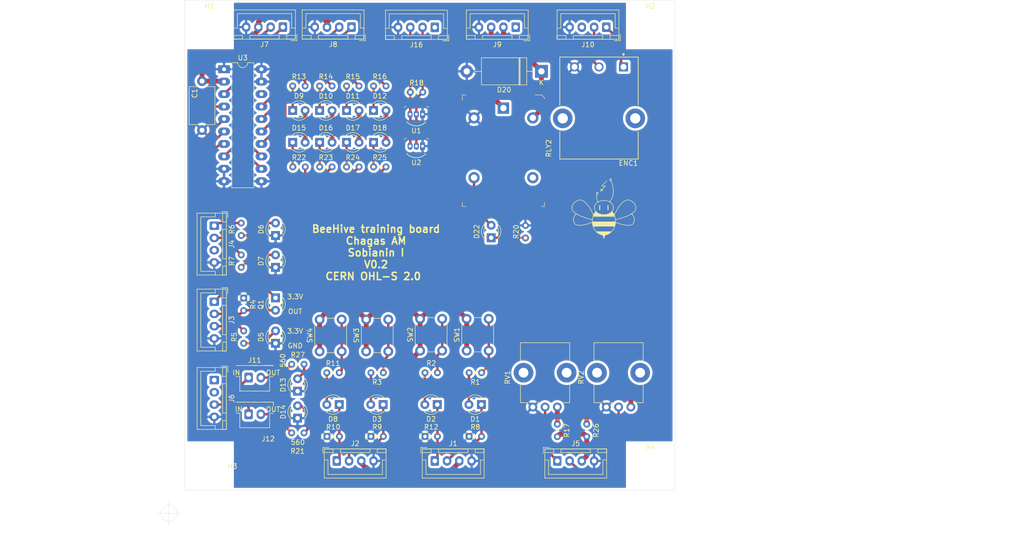
<source format=kicad_pcb>
(kicad_pcb (version 20211014) (generator pcbnew)
  (layers (0 "F.Cu" signal) (31 "B.Cu" signal) (34 "B.Paste" user) (35 "F.Paste" user) (36 "B.SilkS" user "B.Silkscreen") (37 "F.SilkS" user "F.Silkscreen") (38 "B.Mask" user) (39 "F.Mask" user) (44 "Edge.Cuts" user))
  (net 0 "")
  (net 1 "Net-(D1-Pad1)")
  (net 2 "Net-(D2-Pad1)")
  (net 3 "Net-(D2-Pad2)")
  (net 4 "Net-(D3-Pad1)")
  (net 5 "Net-(D3-Pad2)")
  (net 6 "Net-(D5-Pad2)")
  (net 7 "Net-(D6-Pad2)")
  (net 8 "Net-(D7-Pad2)")
  (net 9 "Net-(D8-Pad1)")
  (net 10 "Net-(D8-Pad2)")
  (net 11 "Net-(D9-Pad1)")
  (net 12 "Net-(D11-Pad1)")
  (net 13 "Net-(D13-Pad2)")
  (net 14 "Net-(J3-Pad3)")
  (net 16 "Net-(D14-Pad2)")
  (net 17 "Net-(D15-Pad1)")
  (net 18 "Net-(D16-Pad1)")
  (net 19 "Net-(D17-Pad1)")
  (net 20 "+5V")
  (net 21 "Net-(J3-Pad2)")
  (net 22 "Net-(J3-Pad1)")
  (net 23 "Net-(J4-Pad1)")
  (net 24 "Net-(J4-Pad2)")
  (net 25 "Net-(J5-Pad1)")
  (net 26 "Net-(J5-Pad2)")
  (net 27 "Net-(J7-Pad1)")
  (net 28 "Net-(J8-Pad1)")
  (net 29 "Net-(R1-Pad1)")
  (net 30 "Net-(R2-Pad2)")
  (net 32 "Net-(J16-Pad2)")
  (net 34 "Net-(D1-Pad2)")
  (net 35 "Net-(D22-Pad2)")
  (net 36 "Net-(D22-Pad1)")
  (net 37 "Net-(J7-Pad2)")
  (net 38 "Net-(J8-Pad2)")
  (net 40 "Net-(D10-Pad1)")
  (net 41 "Net-(D12-Pad1)")
  (net 42 "Net-(R3-Pad1)")
  (net 43 "Net-(R11-Pad2)")
  (net 45 "Net-(D20-Pad1)")
  (net 46 "Net-(D18-Pad1)")
  (net 47 "Net-(R13-Pad2)")
  (net 48 "Net-(R14-Pad2)")
  (net 49 "Net-(R15-Pad2)")
  (net 50 "Net-(R16-Pad2)")
  (net 51 "Net-(R22-Pad2)")
  (net 52 "Net-(R23-Pad2)")
  (net 53 "Net-(R24-Pad2)")
  (net 54 "Net-(R25-Pad2)")
  (net 55 "Net-(R17-Pad1)")
  (net 57 "Net-(ENC1-PadA)")
  (net 58 "Net-(ENC1-PadB)")
  (net 59 "Net-(R26-Pad1)")
  (net 60 "Net-(J6-Pad3)")
  (net 61 "Net-(R27-Pad1)")
  (net 62 "Net-(R21-Pad1)")
  (net 63 "Net-(J9-Pad3)")
  (net 64 "Net-(J5-Pad3)")
  (net 65 "temp_5V")
  (net 67 "reg_5V")
  (net 68 "button_5v")
  (net 69 "GND")
  (footprint "LED_THT:LED_D3.0mm" (layer "F.Cu") (at 98 103 180)
    (fp_text reference "D1")
    (fp_text value "LED")
  )
  (footprint "LED_THT:LED_D3.0mm" (layer "F.Cu") (at 77.96 103 180)
    (fp_text reference "D3")
    (fp_text value "LED")
  )
  (footprint "LED_THT:LED_D3.0mm" (layer "F.Cu") (at 56 90.5 90)
    (fp_text reference "D5")
    (fp_text value "IR LED")
  )
  (footprint "LED_THT:LED_D3.0mm" (layer "F.Cu") (at 56 68.5 90)
    (fp_text reference "D6")
    (fp_text value "LED")
  )
  (footprint "LED_THT:LED_D3.0mm" (layer "F.Cu") (at 56 75 90)
    (fp_text reference "D7")
    (fp_text value "LED")
  )
  (footprint "LED_THT:LED_D3.0mm" (layer "F.Cu") (at 69 103 180)
    (fp_text reference "D8")
    (fp_text value "LED")
  )
  (footprint "LED_THT:LED_D3.0mm" (layer "F.Cu") (at 59.5 43)
    (fp_text reference "D9")
    (fp_text value "LED")
  )
  (footprint "LED_THT:LED_D3.0mm" (layer "F.Cu") (at 65 43)
    (fp_text reference "D10")
    (fp_text value "LED")
  )
  (footprint "LED_THT:LED_D3.0mm" (layer "F.Cu") (at 70.5 43)
    (fp_text reference "D11")
    (fp_text value "LED")
  )
  (footprint "LED_THT:LED_D3.0mm" (layer "F.Cu") (at 76 43)
    (fp_text reference "D12")
    (fp_text value "LED")
  )
  (footprint "LED_THT:LED_D3.0mm" (layer "F.Cu") (at 60.5 100.275 90)
    (fp_text reference "D13")
    (fp_text value "LED")
  )
  (footprint "LED_THT:LED_D3.0mm" (layer "F.Cu") (at 60.5 105.775 90)
    (fp_text reference "D14")
    (fp_text value "LED")
  )
  (footprint "LED_THT:LED_D3.0mm" (layer "F.Cu") (at 59.5 49.5)
    (fp_text reference "D15")
    (fp_text value "LED")
  )
  (footprint "LED_THT:LED_D3.0mm" (layer "F.Cu") (at 65 49.5)
    (fp_text reference "D16")
    (fp_text value "LED")
  )
  (footprint "LED_THT:LED_D3.0mm" (layer "F.Cu") (at 70.5 49.5)
    (fp_text reference "D17")
    (fp_text value "LED")
  )
  (footprint "LED_THT:LED_D3.0mm" (layer "F.Cu") (at 76 49.5)
    (fp_text reference "D18")
    (fp_text value "LED")
  )
  (footprint "Connector_JST:JST_XH_B4B-XH-A_1x04_P2.50mm_Vertical" (layer "F.Cu") (at 88.5 114.5)
    (fp_text reference "J1")
    (fp_text value "Conn_01x04")
  )
  (footprint "Connector_JST:JST_XH_B4B-XH-A_1x04_P2.50mm_Vertical" (layer "F.Cu") (at 68.5 114.5)
    (fp_text reference "J2")
    (fp_text value "Conn_01x04")
  )
  (footprint "Connector_JST:JST_XH_B4B-XH-A_1x04_P2.50mm_Vertical" (layer "F.Cu") (at 43.5 82 -90)
    (fp_text reference "J3")
    (fp_text value "Conn_01x04")
  )
  (footprint "Connector_JST:JST_XH_B4B-XH-A_1x04_P2.50mm_Vertical" (layer "F.Cu") (at 43.5 66.5 -90)
    (fp_text reference "J4")
    (fp_text value "Conn_01x04")
  )
  (footprint "Connector_JST:JST_XH_B4B-XH-A_1x04_P2.50mm_Vertical" (layer "F.Cu") (at 113.5 114.5)
    (fp_text reference "J5")
    (fp_text value "Conn_01x04")
  )
  (footprint "Resistor_THT:R_Axial_DIN0204_L3.6mm_D1.6mm_P2.54mm_Vertical" (layer "F.Cu") (at 98.04 96.5 180)
    (fp_text reference "R1")
    (fp_text value "220")
  )
  (footprint "Resistor_THT:R_Axial_DIN0204_L3.6mm_D1.6mm_P2.54mm_Vertical" (layer "F.Cu") (at 86.5 96.5)
    (fp_text reference "R2")
    (fp_text value "220")
  )
  (footprint "Resistor_THT:R_Axial_DIN0204_L3.6mm_D1.6mm_P2.54mm_Vertical" (layer "F.Cu") (at 78 96.5 180)
    (fp_text reference "R3")
    (fp_text value "220")
  )
  (footprint "Resistor_THT:R_Axial_DIN0204_L3.6mm_D1.6mm_P2.54mm_Vertical" (layer "F.Cu") (at 49.5 81.28 -90)
    (fp_text reference "R4")
    (fp_text value "10k")
  )
  (footprint "Resistor_THT:R_Axial_DIN0204_L3.6mm_D1.6mm_P2.54mm_Vertical" (layer "F.Cu") (at 49.5 90.5 90)
    (fp_text reference "R5")
    (fp_text value "47")
  )
  (footprint "Resistor_THT:R_Axial_DIN0204_L3.6mm_D1.6mm_P2.54mm_Vertical" (layer "F.Cu") (at 49 68.5 90)
    (fp_text reference "R6")
    (fp_text value "220")
  )
  (footprint "Resistor_THT:R_Axial_DIN0204_L3.6mm_D1.6mm_P2.54mm_Vertical" (layer "F.Cu") (at 49 75 90)
    (fp_text reference "R7")
    (fp_text value "220")
  )
  (footprint "Resistor_THT:R_Axial_DIN0204_L3.6mm_D1.6mm_P2.54mm_Vertical" (layer "F.Cu") (at 95.5 109.5)
    (fp_text reference "R8")
    (fp_text value "1k")
  )
  (footprint "Resistor_THT:R_Axial_DIN0204_L3.6mm_D1.6mm_P2.54mm_Vertical" (layer "F.Cu") (at 75.46 109.5)
    (fp_text reference "R9")
    (fp_text value "1k")
  )
  (footprint "Resistor_THT:R_Axial_DIN0204_L3.6mm_D1.6mm_P2.54mm_Vertical" (layer "F.Cu") (at 66.5 109.5)
    (fp_text reference "R10")
    (fp_text value "1k")
  )
  (footprint "Resistor_THT:R_Axial_DIN0204_L3.6mm_D1.6mm_P2.54mm_Vertical" (layer "F.Cu") (at 66.46 96.5)
    (fp_text reference "R11")
    (fp_text value "220")
  )
  (footprint "Resistor_THT:R_Axial_DIN0204_L3.6mm_D1.6mm_P2.54mm_Vertical" (layer "F.Cu") (at 86.5 109.5)
    (fp_text reference "R12")
    (fp_text value "1k")
  )
  (footprint "Resistor_THT:R_Axial_DIN0204_L3.6mm_D1.6mm_P2.54mm_Vertical" (layer "F.Cu") (at 59.5 38)
    (fp_text reference "R13")
    (fp_text value "560")
  )
  (footprint "Resistor_THT:R_Axial_DIN0204_L3.6mm_D1.6mm_P2.54mm_Vertical" (layer "F.Cu") (at 65 38)
    (fp_text reference "R14")
    (fp_text value "560")
  )
  (footprint "Resistor_THT:R_Axial_DIN0204_L3.6mm_D1.6mm_P2.54mm_Vertical" (layer "F.Cu") (at 70.5 38)
    (fp_text reference "R15")
    (fp_text value "560")
  )
  (footprint "Resistor_THT:R_Axial_DIN0204_L3.6mm_D1.6mm_P2.54mm_Vertical" (layer "F.Cu") (at 76 38)
    (fp_text reference "R16")
    (fp_text value "560")
  )
  (footprint "Resistor_THT:R_Axial_DIN0204_L3.6mm_D1.6mm_P2.54mm_Vertical" (layer "F.Cu") (at 113.5 107 -90)
    (fp_text reference "R17")
    (fp_text value "5.6k")
  )
  (footprint "Resistor_THT:R_Axial_DIN0204_L3.6mm_D1.6mm_P2.54mm_Vertical" (layer "F.Cu") (at 83.5 39.2625)
    (fp_text reference "R18")
    (fp_text value "4.7k")
  )
  (footprint "Resistor_THT:R_Axial_DIN0204_L3.6mm_D1.6mm_P2.54mm_Vertical" (layer "F.Cu") (at 107 69 90)
    (fp_text reference "R20")
    (fp_text value "560")
  )
  (footprint "Resistor_THT:R_Axial_DIN0204_L3.6mm_D1.6mm_P2.54mm_Vertical" (layer "F.Cu") (at 59.28 108.775)
    (fp_text reference "R21")
    (fp_text value "560")
  )
  (footprint "Resistor_THT:R_Axial_DIN0204_L3.6mm_D1.6mm_P2.54mm_Vertical" (layer "F.Cu") (at 59.525 54.5)
    (fp_text reference "R22")
    (fp_text value "560")
  )
  (footprint "Resistor_THT:R_Axial_DIN0204_L3.6mm_D1.6mm_P2.54mm_Vertical" (layer "F.Cu") (at 65 54.5)
    (fp_text reference "R23")
    (fp_text value "560")
  )
  (footprint "Resistor_THT:R_Axial_DIN0204_L3.6mm_D1.6mm_P2.54mm_Vertical" (layer "F.Cu") (at 70.5 54.5)
    (fp_text reference "R24")
    (fp_text value "560")
  )
  (footprint "Resistor_THT:R_Axial_DIN0204_L3.6mm_D1.6mm_P2.54mm_Vertical" (layer "F.Cu") (at 76 54.5)
    (fp_text reference "R25")
    (fp_text value "560")
  )
  (footprint "Potentiometer_THT:Potentiometer_Alps_RK09K_Single_Vertical" (layer "F.Cu") (at 113.5 103.5 90)
    (fp_text reference "RV1")
    (fp_text value "1k")
  )
  (footprint "Button_Switch_THT:SW_PUSH_6mm" (layer "F.Cu") (at 95 92 90)
    (fp_text reference "SW1")
    (fp_text value "SW_Push")
  )
  (footprint "Button_Switch_THT:SW_PUSH_6mm" (layer "F.Cu") (at 85.5 92 90)
    (fp_text reference "SW2")
    (fp_text value "SW_Push")
  )
  (footprint "Button_Switch_THT:SW_PUSH_6mm" (layer "F.Cu") (at 74.5 92.146 90)
    (fp_text reference "SW3")
    (fp_text value "SW_Push")
  )
  (footprint "Button_Switch_THT:SW_PUSH_6mm" (layer "F.Cu") (at 65 92.146 90)
    (fp_text reference "SW4")
    (fp_text value "SW_Push")
  )
  (footprint "digikey-footprints:TO-92-3" (layer "F.Cu") (at 86 43.7625 180)
    (fp_text reference "U1")
    (fp_text value "DS18S20_")
  )
  (footprint "digikey-footprints:TO-92-3" (layer "F.Cu") (at 86 50.2625 180)
    (fp_text reference "U2")
    (fp_text value "DS18S20_")
  )
  (footprint "Connector_JST:JST_XH_B4B-XH-A_1x04_P2.50mm_Vertical" (layer "F.Cu") (at 88.5 26.025 180)
    (fp_text reference "J16")
    (fp_text value "Conn_01x04")
  )
  (footprint "LED_THT:LED_D3.0mm" (layer "F.Cu") (at 89 103 180)
    (fp_text reference "D2")
    (fp_text value "LED")
  )
  (footprint "LED_THT:LED_D3.0mm" (layer "F.Cu") (at 100 68.96 90)
    (fp_text reference "D22")
    (fp_text value "LED")
  )
  (footprint "Connector_JST:JST_XH_B4B-XH-A_1x04_P2.50mm_Vertical" (layer "F.Cu") (at 57.5 25.979 180)
    (fp_text reference "J7")
    (fp_text value "Conn_01x04")
  )
  (footprint "Connector_JST:JST_XH_B4B-XH-A_1x04_P2.50mm_Vertical" (layer "F.Cu") (at 71.5 25.979 180)
    (fp_text reference "J8")
    (fp_text value "Conn_01x04")
  )
  (footprint "Connector_JST:JST_XH_B4B-XH-A_1x04_P2.50mm_Vertical" (layer "F.Cu") (at 105 26 180)
    (fp_text reference "J9")
    (fp_text value "Conn_01x04")
  )
  (footprint "Resistor_THT:R_Axial_DIN0204_L3.6mm_D1.6mm_P2.54mm_Vertical" (layer "F.Cu") (at 59.28 94.775)
    (fp_text reference "R27")
    (fp_text value "560")
  )
  (footprint "digikey-footprints:Relay_THT_G5LE-14" (layer "F.Cu") (at 102.5 42.5 -90)
    (fp_text reference "RLY2")
    (fp_text value "G5LE-14_DC5")
  )
  (footprint "Package_DIP:DIP-20_W7.62mm_LongPads" (layer "F.Cu") (at 45.5 34.575)
    (fp_text reference "U3")
    (fp_text value "TPIC6595")
  )
  (footprint "Connector_JST:JST_XH_B4B-XH-A_1x04_P2.50mm_Vertical" (layer "F.Cu") (at 43.5 98 -90)
    (fp_text reference "J6")
    (fp_text value "Conn_01x04")
  )
  (footprint "Diode_THT:D_DO-201AE_P15.24mm_Horizontal" (layer "F.Cu") (at 110.255 35 180)
    (fp_text reference "D20")
    (fp_text value "D_Schottky")
  )
  (footprint "logo-beehive:logo-beehive-13_2х12_3mm" (layer "F.Cu") (at 123 63)
    (fp_text reference "G***" hide)
    (fp_text value "LOGO" hide)
  )
  (footprint "Connector_JST:JST_XH_B4B-XH-A_1x04_P2.50mm_Vertical" (layer "F.Cu") (at 123.5 26 180)
    (fp_text reference "J10")
    (fp_text value "Conn_01x04")
  )
  (footprint "Capacitor_THT:C_Disc_D7.5mm_W5.0mm_P10.00mm" (layer "F.Cu") (at 41 47 90)
    (fp_text reference "C1")
    (fp_text value "100nf")
  )
  (footprint "Connector_JST:JST_XH_B2B-XH-A_1x02_P2.50mm_Vertical" (layer "F.Cu") (at 50.5 104.975)
    (fp_text reference "J12")
    (fp_text value "Conn_01x02")
  )
  (footprint "LED_THT:LED_D3.0mm" (layer "F.Cu") (at 56 81.225 -90)
    (fp_text reference "Q1")
    (fp_text value "Q_Photo_NPN")
  )
  (footprint "MountingHole:MountingHole_3.2mm_M3_DIN965" (layer "F.Cu") (at 132.5 25.5)
    (fp_text reference "H2")
    (fp_text value "MountingHole")
  )
  (footprint "MountingHole:MountingHole_3.2mm_M3_DIN965" (layer "F.Cu") (at 42.5 115.5)
    (fp_text reference "H3")
    (fp_text value "MountingHole")
  )
  (footprint "Potentiometer_THT:Potentiometer_Alps_RK09K_Single_Vertical" (layer "F.Cu") (at 128.5 103.5 90)
    (fp_text reference "RV2")
    (fp_text value "1k")
  )
  (footprint "MountingHole:MountingHole_3.2mm_M3_DIN965" (layer "F.Cu") (at 132.5 115.5)
    (fp_text reference "H4")
    (fp_text value "MountingHole")
  )
  (footprint "MountingHole:MountingHole_3.2mm_M3_DIN965" (layer "F.Cu") (at 42.5 25.5)
    (fp_text reference "H1")
    (fp_text value "MountingHole")
  )
  (footprint "Connector_JST:JST_XH_B2B-XH-A_1x02_P2.50mm_Vertical" (layer "F.Cu") (at 50.5 97.5)
    (fp_text reference "J11")
    (fp_text value "Conn_01x02")
  )
  (footprint "eec:Bourns_Inc.-PEC16-4015F-N0024-MFG" (layer "F.Cu") (at 122 42.5 180)
    (fp_text reference "ENC1")
    (fp_text value "PEC16-4015F-N0024" hide)
  )
  (footprint "Resistor_THT:R_Axial_DIN0204_L3.6mm_D1.6mm_P2.54mm_Vertical" (layer "F.Cu") (at 119.5 107 -90)
    (fp_text reference "R26")
    (fp_text value "5.6k")
  )
  (gr_line (start 137.5 20.5) (end 37.5 20.5) (layer "Edge.Cuts") (width 0.05))
  (gr_line (start 137.5 120.5) (end 137.5 20.5) (layer "Edge.Cuts") (width 0.05))
  (gr_line (start 37.5 120.5) (end 137.5 120.5) (layer "Edge.Cuts") (width 0.05))
  (gr_line (start 37.5 20.5) (end 37.5 120.5) (layer "Edge.Cuts") (width 0.05))
  (gr_text "OUT" (at 60 84) (layer "F.SilkS") (effects (font (size 1 1))))
  (gr_text "BeeHive training board\nChagas AM\nSobianin I\nV0.2\nCERN OHL-S 2.0 " (at 76.5 72) (layer "F.SilkS") (effects (font (size 1.5 1.5) (thickness 0.3))))
  (gr_text "3.3V" (at 60 81) (layer "F.SilkS") (effects (font (size 1 1))))
  (gr_text "3.3V" (at 60 88) (layer "F.SilkS") (effects (font (size 1 1))))
  (gr_text "GND" (at 60 91) (layer "F.SilkS") (effects (font (size 1 1))))
  (target plus (at 34.236 125.166) (size 5) (width 0.05) (layer "Edge.Cuts"))
  (segment (start 91 114.5) (end 93.5 112) (width 0.5) (layer "F.Cu") (net 1))
  (segment (start 93.5 112) (end 95.54 112) (width 0.5) (layer "F.Cu") (net 1))
  (segment (start 98.04 109.5) (end 98.04 103.04) (width 0.5) (layer "F.Cu") (net 1))
  (segment (start 95.54 112) (end 98.04 109.5) (width 0.5) (layer "F.Cu") (net 1))
  (segment (start 98.04 103.04) (end 98 103) (width 0.5) (layer "F.Cu") (net 1))
  (segment (start 89.04 103.04) (end 89 103) (width 0.5) (layer "F.Cu") (net 2))
  (segment (start 89.04 113.96) (end 89.04 109.5) (width 0.5) (layer "F.Cu") (net 2))
  (segment (start 89.04 109.5) (end 89.04 103.04) (width 0.5) (layer "F.Cu") (net 2))
  (segment (start 88.5 114.5) (end 89.04 113.96) (width 0.5) (layer "F.Cu") (net 2))
  (segment (start 86.46 96.54) (end 86.5 96.5) (width 0.5) (layer "F.Cu") (net 3))
  (segment (start 86.46 103) (end 86.46 96.54) (width 0.5) (layer "F.Cu") (net 3))
  (segment (start 76 111.5) (end 78 109.5) (width 0.5) (layer "F.Cu") (net 4))
  (segment (start 78 103.04) (end 77.96 103) (width 0.5) (layer "F.Cu") (net 4))
  (segment (start 71 113) (end 72.5 111.5) (width 0.5) (layer "F.Cu") (net 4))
  (segment (start 78 109.5) (end 78 103.04) (width 0.5) (layer "F.Cu") (net 4))
  (segment (start 72.5 111.5) (end 76 111.5) (width 0.5) (layer "F.Cu") (net 4))
  (segment (start 71 114.5) (end 71 113) (width 0.5) (layer "F.Cu") (net 4))
  (segment (start 75.46 96.5) (end 75.46 102.96) (width 0.5) (layer "F.Cu") (net 5))
  (segment (start 75.46 102.96) (end 75.42 103) (width 0.5) (layer "F.Cu") (net 5))
  (segment (start 49.5 90.5) (end 53.46 90.5) (width 0.5) (layer "F.Cu") (net 6))
  (segment (start 53.46 90.5) (end 56 87.96) (width 0.5) (layer "F.Cu") (net 6))
  (segment (start 53.54 65.96) (end 56 65.96) (width 0.5) (layer "F.Cu") (net 7))
  (segment (start 49 68.5) (end 51 68.5) (width 0.5) (layer "F.Cu") (net 7))
  (segment (start 51 68.5) (end 53.54 65.96) (width 0.5) (layer "F.Cu") (net 7))
  (segment (start 51.54 72.46) (end 56 72.46) (width 0.5) (layer "F.Cu") (net 8))
  (segment (start 49 75) (end 51.54 72.46) (width 0.5) (layer "F.Cu") (net 8))
  (segment (start 69 103) (end 69 109.46) (width 0.5) (layer "F.Cu") (net 9))
  (segment (start 69.04 109.5) (end 69.04 113.96) (width 0.5) (layer "F.Cu") (net 9))
  (segment (start 69.04 113.96) (end 68.5 114.5) (width 0.5) (layer "F.Cu") (net 9))
  (segment (start 69 109.46) (end 69.04 109.5) (width 0.5) (layer "F.Cu") (net 9))
  (segment (start 66.46 96.5) (end 66.46 103) (width 0.5) (layer "F.Cu") (net 10))
  (segment (start 59.5 38) (end 59.5 43) (width 0.5) (layer "F.Cu") (net 11))
  (segment (start 70.5 38) (end 70.5 43) (width 0.5) (layer "F.Cu") (net 12))
  (segment (start 61.82 94.775) (end 61.82 96.415) (width 0.5) (layer "F.Cu") (net 13))
  (segment (start 61.82 96.415) (end 60.5 97.735) (width 0.5) (layer "F.Cu") (net 13))
  (segment (start 43.5 87) (end 48.54 87) (width 0.5) (layer "F.Cu") (net 14))
  (segment (start 48.54 87) (end 49.5 87.96) (width 0.5) (layer "F.Cu") (net 14))
  (segment (start 60.5 103.235) (end 61.235 103.235) (width 0.5) (layer "F.Cu") (net 16))
  (segment (start 61.235 103.235) (end 62.5 104.5) (width 0.5) (layer "F.Cu") (net 16))
  (segment (start 62.5 108.095) (end 61.82 108.775) (width 0.5) (layer "F.Cu") (net 16))
  (segment (start 62.5 104.5) (end 62.5 108.095) (width 0.5) (layer "F.Cu") (net 16))
  (segment (start 59.5 49.5) (end 59.5 54.5) (width 0.5) (layer "F.Cu") (net 17))
  (segment (start 65 49.5) (end 65 54.5) (width 0.5) (layer "F.Cu") (net 18))
  (segment (start 70.5 49.5) (end 70.5 54.5) (width 0.5) (layer "F.Cu") (net 19))
  (segment (start 49.555 83.765) (end 49.5 83.82) (width 0.5) (layer "F.Cu") (net 21))
  (segment (start 56 83.765) (end 49.555 83.765) (width 0.5) (layer "F.Cu") (net 21))
  (segment (start 48.82 84.5) (end 49.5 83.82) (width 0.5) (layer "F.Cu") (net 21))
  (segment (start 43.5 84.5) (end 48.82 84.5) (width 0.5) (layer "F.Cu") (net 21))
  (segment (start 43.5 82) (end 46.5 79) (width 0.5) (layer "F.Cu") (net 22))
  (segment (start 46.5 79) (end 53.775 79) (width 0.5) (layer "F.Cu") (net 22))
  (segment (start 53.775 79) (end 56 81.225) (width 0.5) (layer "F.Cu") (net 22))
  (segment (start 43.5 66.5) (end 44.04 65.96) (width 0.5) (layer "F.Cu") (net 23))
  (segment (start 44.04 65.96) (end 49 65.96) (width 0.5) (layer "F.Cu") (net 23))
  (segment (start 43.5 69) (end 45.54 69) (width 0.5) (layer "F.Cu") (net 24))
  (segment (start 45.54 69) (end 49 72.46) (width 0.5) (layer "F.Cu") (net 24))
  (segment (start 111 112) (end 111 103.5) (width 0.5) (layer "F.Cu") (net 25))
  (segment (start 113.5 114.5) (end 111 112) (width 0.5) (layer "F.Cu") (net 25))
  (segment (start 118.5 117) (end 122 117) (width 0.5) (layer "F.Cu") (net 26))
  (segment (start 116 114.5) (end 118.5 117) (width 0.5) (layer "F.Cu") (net 26))
  (segment (start 122 117) (end 126 113) (width 0.5) (layer "F.Cu") (net 26))
  (segment (start 126 113) (end 126 103.5) (width 0.5) (layer "F.Cu") (net 26))
  (segment (start 48.5 34) (end 48.5 49.355) (width 0.5) (layer "F.Cu") (net 27))
  (segment (start 57.5 25.979) (end 55.479 28) (width 0.5) (layer "F.Cu") (net 27))
  (segment (start 55.479 28) (end 54.5 28) (width 0.5) (layer "F.Cu") (net 27))
  (segment (start 48.5 49.355) (end 45.5 52.355) (width 0.5) (layer "F.Cu") (net 27))
  (segment (start 54.5 28) (end 48.5 34) (width 0.5) (layer "F.Cu") (net 27))
  (segment (start 52.513956 32.5) (end 64.979 32.5) (width 0.5) (layer "F.Cu") (net 28))
  (segment (start 64.979 32.5) (end 71.5 25.979) (width 0.5) (layer "F.Cu") (net 28))
  (segment (start 51 34.013956) (end 52.513956 32.5) (width 0.5) (layer "F.Cu") (net 28))
  (segment (start 53.12 52.355) (end 51 50.235) (width 0.5) (layer "F.Cu") (net 28))
  (segment (start 51 50.235) (end 51 34.013956) (width 0.5) (layer "F.Cu") (net 28))
  (segment (start 99.5 95.04) (end 99.5 92) (width 0.5) (layer "F.Cu") (net 29))
  (segment (start 99.5 85.5) (end 99.5 92) (width 0.5) (layer "F.Cu") (net 29))
  (segment (start 98.04 96.5) (end 99.5 95.04) (width 0.5) (layer "F.Cu") (net 29))
  (segment (start 90 92) (end 90 85.5) (width 0.5) (layer "F.Cu") (net 30))
  (segment (start 89.04 96.5) (end 89.04 92.96) (width 0.5) (layer "F.Cu") (net 30))
  (segment (start 89.04 92.96) (end 90 92) (width 0.5) (layer "F.Cu") (net 30))
  (segment (start 84.73 43.7625) (end 84.73 50.2625) (width 0.5) (layer "F.Cu") (net 32))
  (segment (start 86 26.025) (end 86 39.2225) (width 0.5) (layer "F.Cu") (net 32))
  (segment (start 86.04 39.2625) (end 84.73 40.5725) (width 0.5) (layer "F.Cu") (net 32))
  (segment (start 86 39.2225) (end 86.04 39.2625) (width 0.5) (layer "F.Cu") (net 32))
  (segment (start 84.73 40.5725) (end 84.73 43.7625) (width 0.5) (layer "F.Cu") (net 32))
  (segment (start 95.46 103) (end 95.46 96.54) (width 0.5) (layer "F.Cu") (net 34))
  (segment (start 95.46 96.54) (end 95.5 96.5) (width 0.5) (layer "F.Cu") (net 34))
  (segment (start 96.5 56.7) (end 96.5 62.92) (width 0.5) (layer "F.Cu") (net 35))
  (segment (start 96.5 62.92) (end 100 66.42) (width 0.5) (layer "F.Cu") (net 35))
  (segment (start 106.96 68.96) (end 107 69) (width 0.5) (layer "F.Cu") (net 36))
  (segment (start 100 68.96) (end 106.96 68.96) (width 0.5) (layer "F.Cu") (net 36))
  (segment (start 55 26) (end 47.5 33.5) (width 0.5) (layer "F.Cu") (net 37))
  (segment (start 47.5 33.5) (end 47.5 37.655) (width 0.5) (layer "F.Cu") (net 37))
  (segment (start 47.5 37.655) (end 45.5 39.655) (width 0.5) (layer "F.Cu") (net 37))
  (segment (start 55 25.979) (end 55 26) (width 0.5) (layer "F.Cu") (net 37))
  (segment (start 50 34) (end 50 51.775) (width 0.5) (layer "F.Cu") (net 38))
  (segment (start 52.5 31.5) (end 50 34) (width 0.5) (layer "F.Cu") (net 38))
  (segment (start 50 51.775) (end 53.12 54.895) (width 0.5) (layer "F.Cu") (net 38))
  (segment (start 69 25.979) (end 63.479 31.5) (width 0.5) (layer "F.Cu") (net 38))
  (segment (start 63.479 31.5) (end 52.5 31.5) (width 0.5) (layer "F.Cu") (net 38))
  (segment (start 65 38) (end 65 42.96) (width 0.5) (layer "F.Cu") (net 40))
  (segment (start 76 38) (end 76 43) (width 0.5) (layer "F.Cu") (net 41))
  (segment (start 79 92.146) (end 79 85.646) (width 0.5) (layer "F.Cu") (net 42))
  (segment (start 78 96.5) (end 78 94) (width 0.5) (layer "F.Cu") (net 42))
  (segment (start 79 93) (end 79 92.146) (width 0.5) (layer "F.Cu") (net 42))
  (segment (start 78 94) (end 79 93) (width 0.5) (layer "F.Cu") (net 42))
  (segment (start 69.5 96) (end 69 96.5) (width 0.5) (layer "F.Cu") (net 43))
  (segment (start 69.5 85.646) (end 69.5 96) (width 0.5) (layer "F.Cu") (net 43))
  (segment (start 102.5 27.245) (end 110.255 35) (width 1) (layer "F.Cu") (net 45))
  (segment (start 102.5 26) (end 102.5 27.245) (width 1) (layer "F.Cu") (net 45))
  (segment (start 110.255 42.745) (end 108.5 44.5) (width 1) (layer "F.Cu") (net 45))
  (segment (start 110.255 35) (end 110.255 42.745) (width 1) (layer "F.Cu") (net 45))
  (segment (start 75.975 49.5) (end 75.975 54.475) (width 0.5) (layer "F.Cu") (net 46))
  (segment (start 75.975 54.475) (end 76 54.5) (width 0.5) (layer "F.Cu") (net 46))
  (segment (start 58.5 36.5) (end 61.5 36.5) (width 0.5) (layer "F.Cu") (net 47))
  (segment (start 58 37) (end 58.5 36.5) (width 0.5) (layer "F.Cu") (net 47))
  (segment (start 53.12 49.815) (end 58 44.935) (width 0.5) (layer "F.Cu") (net 47))
  (segment (start 58 44.935) (end 58 37) (width 0.5) (layer "F.Cu") (net 47))
  (segment (start 61.5 36.5) (end 62.04 37.04) (width 0.5) (layer "F.Cu") (net 47))
  (segment (start 62.04 37.04) (end 62.04 38) (width 0.5) (layer "F.Cu") (net 47))
  (segment (start 53.12 47.275) (end 53.225 47.275) (width 0.5) (layer "F.Cu") (net 48))
  (segment (start 65 35.5) (end 67.5 38) (width 0.5) (layer "F.Cu") (net 48))
  (segment (start 57 43.5) (end 57 36.5) (width 0.5) (layer "F.Cu") (net 48))
  (segment (start 53.225 47.275) (end 57 43.5) (width 0.5) (layer "F.Cu") (net 48))
  (segment (start 58 35.5) (end 65 35.5) (width 0.5) (layer "F.Cu") (net 48))
  (segment (start 57 36.5) (end 58 35.5) (width 0.5) (layer "F.Cu") (net 48))
  (segment (start 53.12 44.735) (end 56 41.855) (width 0.5) (layer "F.Cu") (net 49))
  (segment (start 56 35.5) (end 57 34.5) (width 0.5) (layer "F.Cu") (net 49))
  (segment (start 56 41.855) (end 56 35.5) (width 0.5) (layer "F.Cu") (net 49))
  (segment (start 69.54 34.5) (end 73.04 38) (width 0.5) (layer "F.Cu") (net 49))
  (segment (start 57 34.5) (end 69.54 34.5) (width 0.5) (layer "F.Cu") (net 49))
  (segment (start 56.5 33.5) (end 74.04 33.5) (width 0.5) (layer "F.Cu") (net 50))
  (segment (start 55 35) (end 56.5 33.5) (width 0.5) (layer "F.Cu") (net 50))
  (segment (start 55 40.315) (end 55 35) (width 0.5) (layer "F.Cu") (net 50))
  (segment (start 53.12 42.195) (end 55 40.315) (width 0.5) (layer "F.Cu") (net 50))
  (segment (start 74.04 33.5) (end 78.54 38) (width 0.5) (layer "F.Cu") (net 50))
  (segment (start 62.065 55.935) (end 62.065 54.5) (width 0.5) (layer "F.Cu") (net 51))
  (segment (start 58.5 59.5) (end 62.065 55.935) (width 0.5) (layer "F.Cu") (net 51))
  (segment (start 45.5 49.815) (end 44.685 49.815) (width 0.5) (layer "F.Cu") (net 51))
  (segment (start 43.5 58.5) (end 44.5 59.5) (width 0.5) (layer "F.Cu") (net 51))
  (segment (start 44.5 59.5) (end 58.5 59.5) (width 0.5) (layer "F.Cu") (net 51))
  (segment (start 43.5 51) (end 43.5 58.5) (width 0.5) (layer "F.Cu") (net 51))
  (segment (start 44.685 49.815) (end 43.5 51) (width 0.5) (layer "F.Cu") (net 51))
  (segment (start 44 60.5) (end 61.54 60.5) (width 0.5) (layer "F.Cu") (net 52))
  (segment (start 42.5 59) (end 44 60.5) (width 0.5) (layer "F.Cu") (net 52))
  (segment (start 42.5 50.275) (end 42.5 59) (width 0.5) (layer "F.Cu") (net 52))
  (segment (start 61.54 60.5) (end 67.54 54.5) (width 0.5) (layer "F.Cu") (net 52))
  (segment (start 45.5 47.275) (end 42.5 50.275) (width 0.5) (layer "F.Cu") (net 52))
  (segment (start 40.5 58.5) (end 40.5 49.735) (width 0.5) (layer "F.Cu") (net 53))
  (segment (start 66.04 61.5) (end 43.5 61.5) (width 0.5) (layer "F.Cu") (net 53))
  (segment (start 73.04 54.5) (end 66.04 61.5) (width 0.5) (layer "F.Cu") (net 53))
  (segment (start 40.5 49.735) (end 45.5 44.735) (width 0.5) (layer "F.Cu") (net 53))
  (segment (start 43.5 61.5) (end 40.5 58.5) (width 0.5) (layer "F.Cu") (net 53))
  (segment (start 39 46.5) (end 39 58.5) (width 0.5) (layer "F.Cu") (net 54))
  (segment (start 45.5 42.195) (end 43.305 42.195) (width 0.5) (layer "F.Cu") (net 54))
  (segment (start 43.305 42.195) (end 39 46.5) (width 0.5) (layer "F.Cu") (net 54))
  (segment (start 39 58.5) (end 43 62.5) (width 0.5) (layer "F.Cu") (net 54))
  (segment (start 43 62.5) (end 70.54 62.5) (width 0.5) (layer "F.Cu") (net 54))
  (segment (start 70.54 62.5) (end 78.54 54.5) (width 0.5) (layer "F.Cu") (net 54))
  (segment (start 113.5 107) (end 113.5 103.5) (width 1) (layer "F.Cu") (net 55))
  (segment (start 126.5 29) (end 123.5 26) (width 0.5) (layer "F.Cu") (net 57))
  (segment (start 127 34.099999) (end 126.5 33.599999) (width 0.5) (layer "F.Cu") (net 57))
  (segment (start 126.5 33.599999) (end 126.5 29) (width 0.5) (layer "F.Cu") (net 57))
  (segment (start 122 34.099999) (end 121 33.099999) (width 0.5) (layer "F.Cu") (net 58))
  (segment (start 121 33.099999) (end 121 26) (width 0.5) (layer "F.Cu") (net 58))
  (segment (start 119.5 102.5) (end 121.5 100.5) (width 1) (layer "F.Cu") (net 59))
  (segment (start 121.5 100.5) (end 127 100.5) (width 1) (layer "F.Cu") (net 59))
  (segment (start 128.5 102) (end 128.5 103.5) (width 1) (layer "F.Cu") (net 59))
  (segment (start 127 100.5) (end 128.5 102) (width 1) (layer "F.Cu") (net 59))
  (segment (start 119.5 107) (end 119.5 102.5) (width 1) (layer "F.Cu") (net 59))
  (segment (start 48 103) (end 48.525 103) (width 0.5) (layer "F.Cu") (net 60))
  (segment (start 48.525 99.475) (end 50.5 97.5) (width 0.5) (layer "F.Cu") (net 60))
  (segment (start 48.525 102.475) (end 48.525 102.525) (width 0.5) (layer "F.Cu") (net 60))
  (segment (start 43.5 103) (end 48 103) (width 0.5) (layer "F.Cu") (net 60))
  (segment (start 50 103) (end 50.5 103.5) (width 0.5) (layer "F.Cu") (net 60))
  (segment (start 49 103) (end 50 103) (width 0.5) (layer "F.Cu") (net 60))
  (segment (start 48.525 103) (end 49 103) (width 0.5) (layer "F.Cu") (net 60))
  (segment (start 48.525 102.525) (end 49 103) (width 0.5) (layer "F.Cu") (net 60))
  (segment (start 50.5 103.5) (end 50.5 104.975) (width 0.5) (layer "F.Cu") (net 60))
  (segment (start 48.525 102.475) (end 48.525 99.475) (width 0.5) (layer "F.Cu") (net 60))
  (segment (start 48.525 103) (end 48.525 102.475) (width 0.5) (layer "F.Cu") (net 60))
  (segment (start 48.525 102.475) (end 48 103) (width 0.5) (layer "F.Cu") (net 60))
  (segment (start 53 97.5) (end 56.555 97.5) (width 0.5) (layer "F.Cu") (net 61))
  (segment (start 56.555 97.5) (end 59.28 94.775) (width 0.5) (layer "F.Cu") (net 61))
  (segment (start 55.48 104.975) (end 59.28 108.775) (width 0.5) (layer "F.Cu") (net 62))
  (segment (start 53 104.975) (end 55.48 104.975) (width 0.5) (layer "F.Cu") (net 62))
  (segment (start 100 40) (end 102.5 42.5) (width 1) (layer "F.Cu") (net 63))
  (segment (start 100 26) (end 100 40) (width 1) (layer "F.Cu") (net 63))
  (segment (start 114 109.04) (end 113.5 109.54) (width 1) (layer "F.Cu") (net 64))
  (segment (start 119.5 109.54) (end 119 109.04) (width 1) (layer "F.Cu") (net 64))
  (segment (start 119.5 113.5) (end 119.5 109.54) (width 1) (layer "F.Cu") (net 64))
  (segment (start 119 109.04) (end 114 109.04) (width 1) (layer "F.Cu") (net 64))
  (segment (start 118.5 114.5) (end 119.5 113.5) (width 1) (layer "F.Cu") (net 64))
  (segment (start 83.5 50.2225) (end 83.5 26.025) (width 0.5) (layer "F.Cu") (net 65))
  (segment (start 83.46 50.2625) (end 83.5 50.2225) (width 1) (layer "F.Cu") (net 65))
  (segment (start 52.5 25.979) (end 52.5 25) (width 1) (layer "F.Cu") (net 67))
  (segment (start 77.58 46.5) (end 78.5 45.58) (width 1) (layer "F.Cu") (net 67))
  (segment (start 45.385 37) (end 45.5 37.115) (width 1) (layer "F.Cu") (net 67))
  (segment (start 62.96 46.54) (end 62.04 47.46) (width 1) (layer "F.Cu") (net 67))
  (segment (start 81 31.5) (end 81 45.5) (width 1) (layer "F.Cu") (net 67))
  (segment (start 67.54 45.54) (end 68.46 46.46) (width 1) (layer "F.Cu") (net 67))
  (segment (start 73.08 45.58) (end 74 46.5) (width 1) (layer "F.Cu") (net 67))
  (segment (start 74 46.58) (end 73.08 47.5) (width 1) (layer "F.Cu") (net 67))
  (segment (start 65.5 24) (end 66.5 25) (width 1) (layer "F.Cu") (net 67))
  (segment (start 62.04 45.54) (end 62.96 46.46) (width 1) (layer "F.Cu") (net 67))
  (segment (start 78.58 45.58) (end 79.5 46.5) (width 1) (layer "F.Cu") (net 67))
  (segment (start 62.04 43) (end 62.04 45.54) (width 1) (layer "F.Cu") (net 67))
  (segment (start 80 46.5) (end 79.5 46.5) (width 1) (layer "F.Cu") (net 67))
  (segment (start 66.5 25) (end 67.5 24) (width 1) (layer "F.Cu") (net 67))
  (segment (start 78.46 46.46) (end 62.04 46.46) (width 1) (layer "F.Cu") (net 67))
  (segment (start 68.46 46.54) (end 67.54 47.46) (width 1) (layer "F.Cu") (net 67))
  (segment (start 67.5 24) (end 73.5 24) (width 1) (layer "F.Cu") (net 67))
  (segment (start 62.96 46.46) (end 62.96 46.54) (width 1) (layer "F.Cu") (net 67))
  (segment (start 73.04 43) (end 73.04 49.5) (width 1) (layer "F.Cu") (net 67))
  (segment (start 67.54 43.04) (end 67.54 46.38) (width 1) (layer "F.Cu") (net 67))
  (segment (start 72.08 46.5) (end 73 45.58) (width 1) (layer "F.Cu") (net 67))
  (segment (start 78.54 49.475) (end 78.515 49.5) (width 1) (layer "F.Cu") (net 67))
  (segment (start 62.04 45.54) (end 62.04 46.46) (width 1) (layer "F.Cu") (net 67))
  (segment (start 66.5 25) (end 66.5 26) (width 1) (layer "F.Cu") (net 67))
  (segment (start 79.5 46.5) (end 78.5 46.5) (width 1) (layer "F.Cu") (net 67))
  (segment (start 41 34) (end 41 37) (width 1) (layer "F.Cu") (net 67))
  (segment (start 78.5 47.5) (end 77.58 46.58) (width 1) (layer "F.Cu") (net 67))
  (segment (start 66.54 46.46) (end 67.46 45.54) (width 1) (layer "F.Cu") (net 67))
  (segment (start 67.54 46.54) (end 67.54 49.5) (width 1) (layer "F.Cu") (net 67))
  (segment (start 52.5 25.979) (end 52.5 26.602) (width 1) (layer "F.Cu") (net 67))
  (segment (start 62.04 46.46) (end 62.04 47.46) (width 1) (layer "F.Cu") (net 67))
  (segment (start 66.5 25.979) (end 66.5 25) (width 1) (layer "F.Cu") (net 67))
  (segment (start 67.54 46.38) (end 67.46 46.46) (width 1) (layer "F.Cu") (net 67))
  (segment (start 78.5 45.58) (end 78.58 45.58) (width 1) (layer "F.Cu") (net 67))
  (segment (start 81 45.5) (end 80 46.5) (width 1) (layer "F.Cu") (net 67))
  (segment (start 67.46 47.46) (end 66.54 46.54) (width 1) (layer "F.Cu") (net 67))
  (segment (start 67.5 24) (end 65.5 24) (width 1) (layer "F.Cu") (net 67))
  (segment (start 52.5 25) (end 53.5 24) (width 1) (layer "F.Cu") (net 67))
  (segment (start 73 47.5) (end 72.08 46.58) (width 1) (layer "F.Cu") (net 67))
  (segment (start 52.5 26.602) (end 47.602 31.5) (width 1) (layer "F.Cu") (net 67))
  (segment (start 78.54 43) (end 78.54 49.475) (width 1) (layer "F.Cu") (net 67))
  (segment (start 78.5 46.5) (end 78.46 46.46) (width 1) (layer "F.Cu") (net 67))
  (segment (start 41 37) (end 45.385 37) (width 1) (layer "F.Cu") (net 67))
  (segment (start 43.5 31.5) (end 41 34) (width 1) (layer "F.Cu") (net 67))
  (segment (start 53.5 24) (end 65.5 24) (width 1) (layer "F.Cu") (net 67))
  (segment (start 73.5 24) (end 81 31.5) (width 1) (layer "F.Cu") (net 67))
  (segment (start 78.5 47.5) (end 79.5 46.5) (width 1) (layer "F.Cu") (net 67))
  (segment (start 47.602 31.5) (end 43.5 31.5) (width 1) (layer "F.Cu") (net 67))
  (segment (start 62.04 47.46) (end 62.04 49.5) (width 1) (layer "F.Cu") (net 67))
  (segment (start 83 116) (end 84 117) (width 1) (layer "F.Cu") (net 68))
  (segment (start 82 117) (end 83 116) (width 1) (layer "F.Cu") (net 68))
  (segment (start 77.646 82.5) (end 82.5 82.5) (width 1) (layer "F.Cu") (net 68))
  (segment (start 82 117) (end 84 117) (width 1) (layer "F.Cu") (net 68))
  (segment (start 65 85.646) (end 65 85.5) (width 1) (layer "F.Cu") (net 68))
  (segment (start 88.5 82.5) (end 92 82.5) (width 1) (layer "F.Cu") (net 68))
  (segment (start 95 85.5) (end 95 92) (width 1) (layer "F.Cu") (net 68))
  (segment (start 74.5 85.646) (end 74.5 92.146) (width 1) (layer "F.Cu") (net 68))
  (segment (start 91.25 117) (end 93.5 114.75) (width 1) (layer "F.Cu") (net 68))
  (segment (start 83 117) (end 83 116) (width 1) (layer "F.Cu") (net 68))
  (segment (start 71.354 82.5) (end 74.5 85.646) (width 1) (layer "F.Cu") (net 68))
  (segment (start 92 82.5) (end 95 85.5) (width 1) (layer "F.Cu") (net 68))
  (segment (start 82.5 82.5) (end 85.5 85.5) (width 1) (layer "F.Cu") (net 68))
  (segment (start 83 116) (end 83 94.5) (width 1) (layer "F.Cu") (net 68))
  (segment (start 85.5 92) (end 85.5 85.5) (width 1) (layer "F.Cu") (net 68))
  (segment (start 65 85.5) (end 68 82.5) (width 1) (layer "F.Cu") (net 68))
  (segment (start 68 82.5) (end 71.354 82.5) (width 1) (layer "F.Cu") (net 68))
  (segment (start 73.5 115) (end 75.5 117) (width 1) (layer "F.Cu") (net 68))
  (segment (start 73.5 114.5) (end 73.5 115) (width 1) (layer "F.Cu") (net 68))
  (segment (start 85.5 85.5) (end 88.5 82.5) (width 1) (layer "F.Cu") (net 68))
  (segment (start 74.5 85.646) (end 77.646 82.5) (width 1) (layer "F.Cu") (net 68))
  (segment (start 83 94.5) (end 85.5 92) (width 1) (layer "F.Cu") (net 68))
  (segment (start 84 117) (end 91.25 117) (width 1) (layer "F.Cu") (net 68))
  (segment (start 75.5 117) (end 82 117) (width 1) (layer "F.Cu") (net 68))
  (segment (start 65 85.646) (end 65 92.146) (width 1) (layer "F.Cu") (net 68))
  (segment (start 93.5 114.75) (end 93.5 114.5) (width 1) (layer "F.Cu") (net 68))
  (zone (net 69) (net_name "GND") (layer "B.Cu") (connect_pads (clearance 0.508)) (min_thickness 0.254) (fill yes (thermal_gap 0.508) (thermal_bridge_width 0.508))
    (polygon (pts (xy 137.5 30.5) (xy 137.5 110.5) (xy 127.5 110.5) (xy 127.5 120.5) (xy 47.5 120.5) (xy 47.5 110.5) (xy 37.5 110.5) (xy 37.5 30.5) (xy 47.5 30.5) (xy 47.5 20.5) (xy 127.5 20.5) (xy 127.5 30.5)))
  )
)
</source>
